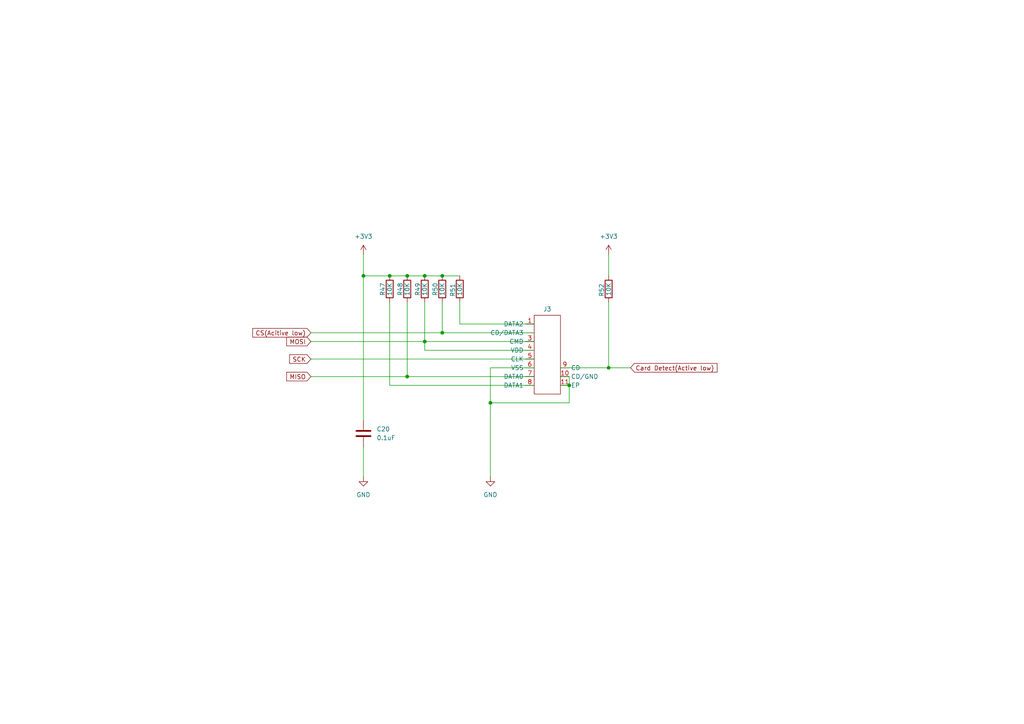
<source format=kicad_sch>
(kicad_sch (version 20250114) (generator "eeschema") (generator_version "9.0")
  (paper "A4")
  (lib_symbols
    (symbol "Device:C" (pin_numbers (hide yes)) (pin_names (offset 0.254))
      (property "Reference" "C" (at 0.635 2.54 0))
      (property "Value" "C" (at 0.635 -2.54 0))
      (symbol "C_0_1"
        (polyline (pts (xy -2.032 0.762) (xy 2.032 0.762)) (stroke (width 0.508)))
        (polyline (pts (xy -2.032 -0.762) (xy 2.032 -0.762)) (stroke (width 0.508)))
      )
      (symbol "C_1_1"
        (pin passive line (at 0 3.81 270) (length 2.794) (name "~") (number "1"))
        (pin passive line (at 0 -3.81 90) (length 2.794) (name "~") (number "2"))
      )
    )
    (symbol "Device:R" (pin_numbers (hide yes)) (pin_names (offset 0))
      (property "Reference" "R" (at 2.032 0 90))
      (property "Value" "R" (at 0 0 90))
      (symbol "R_0_1"
        (rectangle (start -1.016 -2.54) (end 1.016 2.54) (stroke (width 0.254)))
      )
      (symbol "R_1_1"
        (pin passive line (at 0 3.81 270) (length 1.27) (name "~") (number "1"))
        (pin passive line (at 0 -3.81 90) (length 1.27) (name "~") (number "2"))
      )
    )
    (symbol "XC7A100T-1FTG256C:SD_card_pinout"
      (property "Reference" "J" (at 0 0 0))
      (symbol "SD_card_pinout_0_1"
        (rectangle (start -3.81 -1.27) (end 3.81 -24.13))
      )
      (symbol "SD_card_pinout_1_1"
        (pin bidirectional line (at -3.81 -3.81 180) (length 2.54) (name "DATA2") (number "1"))
        (pin bidirectional line (at -3.81 -6.35 180) (length 2.54) (name "CD/DATA3") (number ""))
        (pin bidirectional line (at -3.81 -8.89 180) (length 2.54) (name "CMD") (number "3"))
        (pin input line (at -3.81 -11.43 180) (length 2.54) (name "VDD") (number "4"))
        (pin bidirectional line (at -3.81 -13.97 180) (length 2.54) (name "CLK") (number "5"))
        (pin input line (at -3.81 -16.51 180) (length 2.54) (name "VSS") (number "6"))
        (pin bidirectional line (at -3.81 -19.05 180) (length 2.54) (name "DATA0") (number "7"))
        (pin bidirectional line (at -3.81 -21.59 180) (length 2.54) (name "DATA1") (number "8"))
        (pin bidirectional line (at 3.81 -16.51 0) (length 2.54) (name "CD") (number "9"))
        (pin bidirectional line (at 3.81 -19.05 0) (length 2.54) (name "CD/GND") (number "10"))
        (pin bidirectional line (at 3.81 -21.59 0) (length 2.54) (name "EP") (number "11"))
      )
    )
    (symbol "power:+3V3" (power) (pin_numbers (hide yes)) (pin_names (offset 0) (hide yes))
      (property "Value" "+3V3" (at 0 3.556 0))
      (symbol "+3V3_0_1"
        (polyline (pts (xy -0.762 1.27) (xy 0 2.54)))
        (polyline (pts (xy 0 2.54) (xy 0.762 1.27)))
        (polyline (pts (xy 0 0) (xy 0 2.54)))
      )
      (symbol "+3V3_1_1"
        (pin power_in line (at 0 0 90) (length 0) (name "~") (number "1"))
      )
    )
    (symbol "power:GND" (power) (pin_numbers (hide yes)) (pin_names (offset 0) (hide yes))
      (property "Value" "GND" (at 0 -3.81 0))
      (symbol "GND_0_1"
        (polyline (pts (xy 0 0) (xy 0 -1.27) (xy 1.27 -1.27) (xy 0 -2.54) (xy -1.27 -1.27) (xy 0 -1.27)))
      )
      (symbol "GND_1_1"
        (pin power_in line (at 0 0 270) (length 0) (name "~") (number "1"))
      )
    )
  )
  (junction (at 118.11 109.22))
  (junction (at 118.11 80.01))
  (junction (at 128.27 96.52))
  (junction (at 176.53 106.68))
  (junction (at 105.41 80.01))
  (junction (at 142.24 116.84))
  (junction (at 123.19 80.01))
  (junction (at 165.1 111.76))
  (junction (at 128.27 80.01))
  (junction (at 123.19 99.06))
  (junction (at 113.03 80.01))
  (wire (pts (xy 123.19 80.01) (xy 118.11 80.01)))
  (wire (pts (xy 90.17 96.52) (xy 128.27 96.52)))
  (wire (pts (xy 105.41 73.66) (xy 105.41 80.01)))
  (wire (pts (xy 105.41 129.54) (xy 105.41 138.43)))
  (wire (pts (xy 154.94 106.68) (xy 142.24 106.68)))
  (wire (pts (xy 165.1 109.22) (xy 165.1 111.76)))
  (wire (pts (xy 154.94 109.22) (xy 118.11 109.22)))
  (wire (pts (xy 90.17 99.06) (xy 123.19 99.06)))
  (wire (pts (xy 154.94 93.98) (xy 133.35 93.98)))
  (wire (pts (xy 123.19 101.6) (xy 154.94 101.6)))
  (wire (pts (xy 162.56 106.68) (xy 176.53 106.68)))
  (wire (pts (xy 113.03 111.76) (xy 113.03 87.63)))
  (wire (pts (xy 154.94 111.76) (xy 113.03 111.76)))
  (wire (pts (xy 162.56 111.76) (xy 165.1 111.76)))
  (wire (pts (xy 176.53 106.68) (xy 176.53 87.63)))
  (wire (pts (xy 105.41 80.01) (xy 105.41 121.92)))
  (wire (pts (xy 118.11 109.22) (xy 118.11 87.63)))
  (wire (pts (xy 128.27 96.52) (xy 128.27 87.63)))
  (wire (pts (xy 176.53 106.68) (xy 182.88 106.68)))
  (wire (pts (xy 165.1 111.76) (xy 165.1 116.84)))
  (wire (pts (xy 154.94 104.14) (xy 90.17 104.14)))
  (wire (pts (xy 123.19 101.6) (xy 123.19 99.06)))
  (wire (pts (xy 133.35 93.98) (xy 133.35 87.63)))
  (wire (pts (xy 133.35 80.01) (xy 128.27 80.01)))
  (wire (pts (xy 123.19 99.06) (xy 123.19 87.63)))
  (wire (pts (xy 162.56 109.22) (xy 165.1 109.22)))
  (wire (pts (xy 165.1 116.84) (xy 142.24 116.84)))
  (wire (pts (xy 142.24 116.84) (xy 142.24 138.43)))
  (wire (pts (xy 128.27 80.01) (xy 123.19 80.01)))
  (wire (pts (xy 142.24 106.68) (xy 142.24 116.84)))
  (wire (pts (xy 123.19 99.06) (xy 154.94 99.06)))
  (wire (pts (xy 90.17 109.22) (xy 118.11 109.22)))
  (wire (pts (xy 118.11 80.01) (xy 113.03 80.01)))
  (wire (pts (xy 176.53 73.66) (xy 176.53 80.01)))
  (wire (pts (xy 128.27 96.52) (xy 154.94 96.52)))
  (wire (pts (xy 113.03 80.01) (xy 105.41 80.01)))
  (global_label "MOSI" (shape input) (at 90.17 99.06 180) (property "Intersheetrefs" "${INTERSHEET_REFS}" (effects (hide yes))))
  (global_label "Card Detect(Active low)" (shape input) (at 182.88 106.68 0) (property "Intersheetrefs" "${INTERSHEET_REFS}" (effects (hide yes))))
  (global_label "CS(Acitive low)" (shape input) (at 90.17 96.52 180) (property "Intersheetrefs" "${INTERSHEET_REFS}" (effects (hide yes))))
  (global_label "SCK" (shape input) (at 90.17 104.14 180) (property "Intersheetrefs" "${INTERSHEET_REFS}" (effects (hide yes))))
  (global_label "MISO" (shape input) (at 90.17 109.22 180) (property "Intersheetrefs" "${INTERSHEET_REFS}" (effects (hide yes))))
  (symbol (lib_id "Device:R") (at 113.03 83.82 0) (unit 1)
    (property "Reference" "R47" (at 110.998 85.852 90) (effects (justify left)))
    (property "Value" "10K" (at 113.03 85.852 90) (effects (justify left)))
    (property "Footprint" "Resistor_SMD:R_0805_2012Metric" (effects (hide yes)))
    (property "Description" "Resistor" (effects (hide yes)))
  )
  (symbol (lib_id "Device:C") (at 105.41 125.73 0) (unit 1)
    (property "Reference" "C20" (at 109.22 124.4599 0) (effects (justify left)))
    (property "Value" "0.1uF" (at 109.22 126.9999 0) (effects (justify left)))
    (property "Description" "Unpolarized capacitor" (effects (hide yes)))
  )
  (symbol (lib_id "Device:R") (at 176.53 83.82 0) (unit 1)
    (property "Reference" "R52" (at 174.498 86.106 90) (effects (justify left)))
    (property "Value" "10K" (at 176.53 85.852 90) (effects (justify left)))
    (property "Footprint" "Resistor_SMD:R_0805_2012Metric" (effects (hide yes)))
    (property "Description" "Resistor" (effects (hide yes)))
  )
  (symbol (lib_id "Device:R") (at 118.11 83.82 0) (unit 1)
    (property "Reference" "R48" (at 116.078 85.852 90) (effects (justify left)))
    (property "Value" "10K" (at 118.11 85.852 90) (effects (justify left)))
    (property "Footprint" "Resistor_SMD:R_0805_2012Metric" (effects (hide yes)))
    (property "Description" "Resistor" (effects (hide yes)))
  )
  (symbol (lib_id "XC7A100T-1FTG256C:SD_card_pinout") (at 158.75 90.17 0) (unit 1)
    (property "Reference" "J3" (at 158.75 89.662 0))
  )
  (symbol (lib_id "power:GND") (at 142.24 138.43 0) (unit 1)
    (property "Reference" "#PWR019" (effects (hide yes)))
    (property "Value" "GND" (at 142.24 143.51 0))
    (property "Description" "Power symbol creates a global label with name \"GND\" , ground" (effects (hide yes)))
  )
  (symbol (lib_id "Device:R") (at 133.35 83.82 0) (unit 1)
    (property "Reference" "R51" (at 131.318 86.106 90) (effects (justify left)))
    (property "Value" "10K" (at 133.35 85.852 90) (effects (justify left)))
    (property "Footprint" "Resistor_SMD:R_0805_2012Metric" (effects (hide yes)))
    (property "Description" "Resistor" (effects (hide yes)))
  )
  (symbol (lib_id "Device:R") (at 128.27 83.82 0) (unit 1)
    (property "Reference" "R50" (at 126.238 85.852 90) (effects (justify left)))
    (property "Value" "10K" (at 128.27 85.852 90) (effects (justify left)))
    (property "Footprint" "Resistor_SMD:R_0805_2012Metric" (effects (hide yes)))
    (property "Description" "Resistor" (effects (hide yes)))
  )
  (symbol (lib_id "power:GND") (at 105.41 138.43 0) (unit 1)
    (property "Reference" "#PWR018" (effects (hide yes)))
    (property "Value" "GND" (at 105.41 143.51 0))
    (property "Description" "Power symbol creates a global label with name \"GND\" , ground" (effects (hide yes)))
  )
  (symbol (lib_id "power:+3V3") (at 176.53 73.66 0) (unit 1)
    (property "Reference" "#PWR020" (effects (hide yes)))
    (property "Value" "+3V3" (at 176.53 68.58 0))
    (property "Description" "Power symbol creates a global label with name \"+3V3\"" (effects (hide yes)))
  )
  (symbol (lib_id "Device:R") (at 123.19 83.82 0) (unit 1)
    (property "Reference" "R49" (at 121.158 85.852 90) (effects (justify left)))
    (property "Value" "10K" (at 123.19 85.852 90) (effects (justify left)))
    (property "Footprint" "Resistor_SMD:R_0805_2012Metric" (effects (hide yes)))
    (property "Description" "Resistor" (effects (hide yes)))
  )
  (symbol (lib_id "power:+3V3") (at 105.41 73.66 0) (unit 1)
    (property "Reference" "#PWR017" (effects (hide yes)))
    (property "Value" "+3V3" (at 105.41 68.58 0))
    (property "Description" "Power symbol creates a global label with name \"+3V3\"" (effects (hide yes)))
  )
)
</source>
